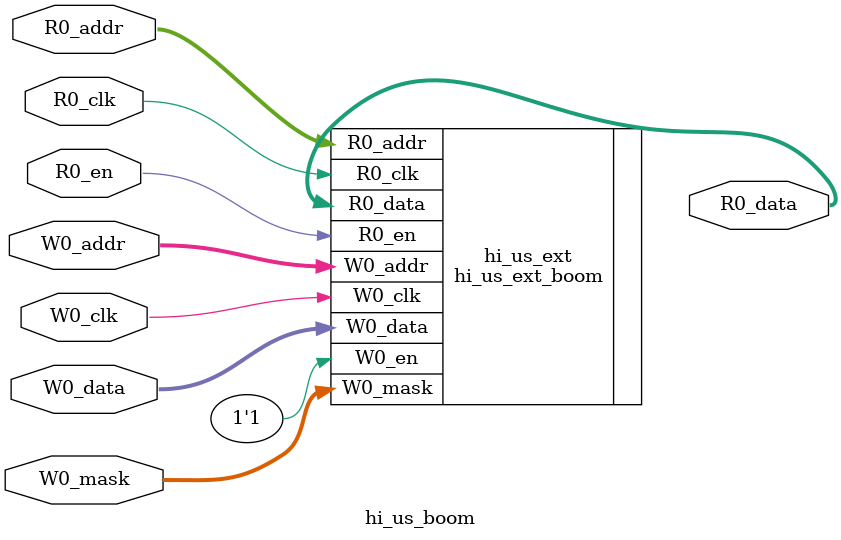
<source format=sv>
`ifndef RANDOMIZE
  `ifdef RANDOMIZE_REG_INIT
    `define RANDOMIZE
  `endif // RANDOMIZE_REG_INIT
`endif // not def RANDOMIZE
`ifndef RANDOMIZE
  `ifdef RANDOMIZE_MEM_INIT
    `define RANDOMIZE
  `endif // RANDOMIZE_MEM_INIT
`endif // not def RANDOMIZE

`ifndef RANDOM
  `define RANDOM $random
`endif // not def RANDOM

// Users can define 'PRINTF_COND' to add an extra gate to prints.
`ifndef PRINTF_COND_
  `ifdef PRINTF_COND
    `define PRINTF_COND_ (`PRINTF_COND)
  `else  // PRINTF_COND
    `define PRINTF_COND_ 1
  `endif // PRINTF_COND
`endif // not def PRINTF_COND_

// Users can define 'ASSERT_VERBOSE_COND' to add an extra gate to assert error printing.
`ifndef ASSERT_VERBOSE_COND_
  `ifdef ASSERT_VERBOSE_COND
    `define ASSERT_VERBOSE_COND_ (`ASSERT_VERBOSE_COND)
  `else  // ASSERT_VERBOSE_COND
    `define ASSERT_VERBOSE_COND_ 1
  `endif // ASSERT_VERBOSE_COND
`endif // not def ASSERT_VERBOSE_COND_

// Users can define 'STOP_COND' to add an extra gate to stop conditions.
`ifndef STOP_COND_
  `ifdef STOP_COND
    `define STOP_COND_ (`STOP_COND)
  `else  // STOP_COND
    `define STOP_COND_ 1
  `endif // STOP_COND
`endif // not def STOP_COND_

// Users can define INIT_RANDOM as general code that gets injected into the
// initializer block for modules with registers.
`ifndef INIT_RANDOM
  `define INIT_RANDOM
`endif // not def INIT_RANDOM

// If using random initialization, you can also define RANDOMIZE_DELAY to
// customize the delay used, otherwise 0.002 is used.
`ifndef RANDOMIZE_DELAY
  `define RANDOMIZE_DELAY 0.002
`endif // not def RANDOMIZE_DELAY

// Define INIT_RANDOM_PROLOG_ for use in our modules below.
`ifndef INIT_RANDOM_PROLOG_
  `ifdef RANDOMIZE
    `ifdef VERILATOR
      `define INIT_RANDOM_PROLOG_ `INIT_RANDOM
    `else  // VERILATOR
      `define INIT_RANDOM_PROLOG_ `INIT_RANDOM #`RANDOMIZE_DELAY begin end
    `endif // VERILATOR
  `else  // RANDOMIZE
    `define INIT_RANDOM_PROLOG_
  `endif // RANDOMIZE
`endif // not def INIT_RANDOM_PROLOG_

module hi_us_boom(	// @[tage.scala:89:27]
  input  [6:0] R0_addr,
  input        R0_en,
               R0_clk,
  input  [6:0] W0_addr,
  input        W0_clk,
  input  [3:0] W0_data,
               W0_mask,
  output [3:0] R0_data
);

  hi_us_ext_boom hi_us_ext (	// @[tage.scala:89:27]
    .R0_addr (R0_addr),
    .R0_en   (R0_en),
    .R0_clk  (R0_clk),
    .W0_addr (W0_addr),
    .W0_en   (1'h1),
    .W0_clk  (W0_clk),
    .W0_data (W0_data),
    .W0_mask (W0_mask),
    .R0_data (R0_data)
  );
endmodule


</source>
